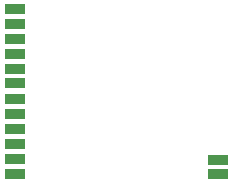
<source format=gbr>
G04 #@! TF.GenerationSoftware,KiCad,Pcbnew,(5.1.5)-3*
G04 #@! TF.CreationDate,2020-08-28T01:49:56-04:00*
G04 #@! TF.ProjectId,BikeLightComputer,42696b65-4c69-4676-9874-436f6d707574,rev?*
G04 #@! TF.SameCoordinates,Original*
G04 #@! TF.FileFunction,Paste,Bot*
G04 #@! TF.FilePolarity,Positive*
%FSLAX46Y46*%
G04 Gerber Fmt 4.6, Leading zero omitted, Abs format (unit mm)*
G04 Created by KiCad (PCBNEW (5.1.5)-3) date 2020-08-28 01:49:56*
%MOMM*%
%LPD*%
G04 APERTURE LIST*
%ADD10R,1.676400X0.812800*%
G04 APERTURE END LIST*
D10*
X165526720Y-83390740D03*
X148384260Y-70612000D03*
X148384260Y-74422000D03*
X148384260Y-83312000D03*
X148384260Y-79502000D03*
X148384260Y-78232000D03*
X148384260Y-76883260D03*
X148384260Y-73152000D03*
X148384260Y-84582000D03*
X165526720Y-84582000D03*
X148384260Y-71882000D03*
X148384260Y-75692000D03*
X148384260Y-80772000D03*
X148384260Y-82042000D03*
M02*

</source>
